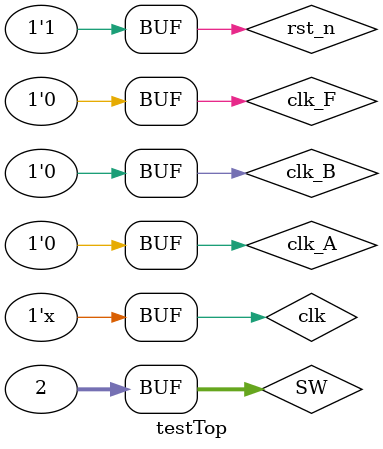
<source format=v>
`timescale 1ns / 1ps


module testTop;

	// Inputs
	reg clk;
	reg clk_F;
	reg clk_A;
	reg clk_B;
	reg rst_n;
	reg [31:0] SW;

	// Outputs
	wire [3:0] F;
	wire [3:0] AN;
	wire [7:0] seg;

	// Instantiate the Unit Under Test (UUT)
	Top uut (
		.clk(clk), 
		.clk_F(clk_F), 
		.clk_A(clk_A), 
		.clk_B(clk_B), 
		.rst_n(rst_n), 
		.SW(SW), 
		.F(F), 
		.AN(AN), 
		.seg(seg)
	);
	always begin #5 clk=~clk;end
	initial begin
		// Initialize Inputs
		clk = 0;
		clk_F = 0;
		clk_A = 0;
		clk_B = 0;
		rst_n = 0;
		SW = 0;

		// Wait 100 ns for global reset to finish
		#100;
          #100 rst_n = 0;
    #100 rst_n = 1;

// add overflow
    #100 SW = 32'hFFFFFFFF;
    #100 clk_A = 1;
    #100 clk_A = 0;

    #100 SW = 32'hFFFFFFFF;
    #100 clk_B = 1;
    #100 clk_B = 0;

    #100 SW = 32'h00000000;
    #100 clk_F = 1;
    #100 clk_F = 0;

    #500000000;
// add
    #100 rst_n = 0;
    #100 rst_n = 1;

    #100 SW = 32'h00000001;
    #100 clk_A = 1;
    #100 clk_A = 0;

    #100 SW = 32'h00000001;
    #100 clk_B = 1;
    #100 clk_B = 0;

    #100 SW = 32'h00000000;
    #100 clk_F = 1;
    #100 clk_F = 0;

    #500000000;
// move left
    #100 SW = 32'h00000001;
    #100 clk_A = 1;
    #100 clk_A = 0;

    #100 SW = 32'h00000002;
    #100 clk_B = 1;
    #100 clk_B = 0;

    #100 SW = 32'h00000001;
    #100 clk_F = 1;
    #100 clk_F = 0;

    #500000000;

// compare < with signal
    #100 SW = 32'hA0000001; // neg
    #100 clk_A = 1;
    #100 clk_A = 0;

    #100 SW = 32'h00000001; // pos
    #100 clk_B = 1;
    #100 clk_B = 0;

    #100 SW = 32'h00000002;
    #100 clk_F = 1;
    #100 clk_F = 0;

    #500000000;

// compare < with signal
    #100 SW = 32'h00000002; // big
    #100 clk_A = 1;
    #100 clk_A = 0;

    #100 SW = 32'h00000001; // small
    #100 clk_B = 1;
    #100 clk_B = 0;

    #100 SW = 32'h00000002;
    #100 clk_F = 1;
    #100 clk_F = 0;

    #500000000;


    

		// Add stimulus here

	end
      
endmodule


</source>
